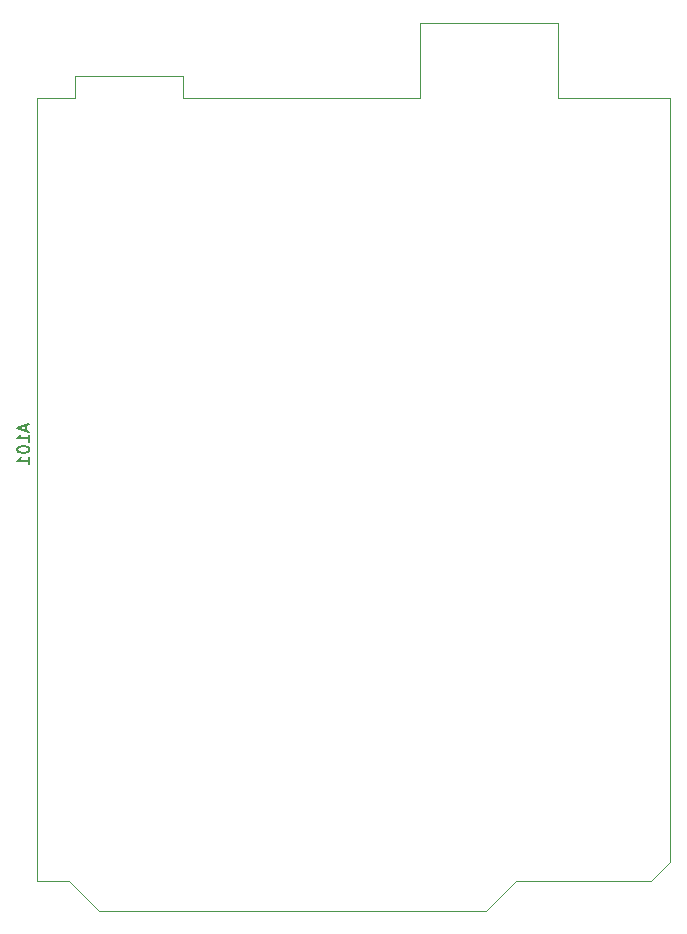
<source format=gbr>
%TF.GenerationSoftware,KiCad,Pcbnew,8.0.0-rc2-358-gd9abaa23a4*%
%TF.CreationDate,2024-02-08T22:48:49+01:00*%
%TF.ProjectId,xDuinoRail-Backplane-Arduino,78447569-6e6f-4526-9169-6c2d4261636b,rev?*%
%TF.SameCoordinates,Original*%
%TF.FileFunction,Legend,Bot*%
%TF.FilePolarity,Positive*%
%FSLAX46Y46*%
G04 Gerber Fmt 4.6, Leading zero omitted, Abs format (unit mm)*
G04 Created by KiCad (PCBNEW 8.0.0-rc2-358-gd9abaa23a4) date 2024-02-08 22:48:49*
%MOMM*%
%LPD*%
G01*
G04 APERTURE LIST*
%ADD10C,0.150000*%
%ADD11C,0.120000*%
G04 APERTURE END LIST*
D10*
X145584104Y-72243333D02*
X145584104Y-72719523D01*
X145869819Y-72148095D02*
X144869819Y-72481428D01*
X144869819Y-72481428D02*
X145869819Y-72814761D01*
X145869819Y-73671904D02*
X145869819Y-73100476D01*
X145869819Y-73386190D02*
X144869819Y-73386190D01*
X144869819Y-73386190D02*
X145012676Y-73290952D01*
X145012676Y-73290952D02*
X145107914Y-73195714D01*
X145107914Y-73195714D02*
X145155533Y-73100476D01*
X144869819Y-74290952D02*
X144869819Y-74386190D01*
X144869819Y-74386190D02*
X144917438Y-74481428D01*
X144917438Y-74481428D02*
X144965057Y-74529047D01*
X144965057Y-74529047D02*
X145060295Y-74576666D01*
X145060295Y-74576666D02*
X145250771Y-74624285D01*
X145250771Y-74624285D02*
X145488866Y-74624285D01*
X145488866Y-74624285D02*
X145679342Y-74576666D01*
X145679342Y-74576666D02*
X145774580Y-74529047D01*
X145774580Y-74529047D02*
X145822200Y-74481428D01*
X145822200Y-74481428D02*
X145869819Y-74386190D01*
X145869819Y-74386190D02*
X145869819Y-74290952D01*
X145869819Y-74290952D02*
X145822200Y-74195714D01*
X145822200Y-74195714D02*
X145774580Y-74148095D01*
X145774580Y-74148095D02*
X145679342Y-74100476D01*
X145679342Y-74100476D02*
X145488866Y-74052857D01*
X145488866Y-74052857D02*
X145250771Y-74052857D01*
X145250771Y-74052857D02*
X145060295Y-74100476D01*
X145060295Y-74100476D02*
X144965057Y-74148095D01*
X144965057Y-74148095D02*
X144917438Y-74195714D01*
X144917438Y-74195714D02*
X144869819Y-74290952D01*
X145869819Y-75576666D02*
X145869819Y-75005238D01*
X145869819Y-75290952D02*
X144869819Y-75290952D01*
X144869819Y-75290952D02*
X145012676Y-75195714D01*
X145012676Y-75195714D02*
X145107914Y-75100476D01*
X145107914Y-75100476D02*
X145155533Y-75005238D01*
D11*
%TO.C,A101*%
X146555000Y-44570000D02*
X146555000Y-110870000D01*
X146555000Y-110870000D02*
X149225000Y-110870000D01*
X149225000Y-110870000D02*
X151765000Y-113410000D01*
X149735000Y-42670000D02*
X149735000Y-44570000D01*
X149735000Y-44570000D02*
X146555000Y-44570000D01*
X151765000Y-113410000D02*
X184535000Y-113410000D01*
X158875000Y-42670000D02*
X149735000Y-42670000D01*
X158875000Y-44570000D02*
X158875000Y-42670000D01*
X178945000Y-38220000D02*
X178945000Y-44570000D01*
X178945000Y-44570000D02*
X158875000Y-44570000D01*
X184535000Y-113410000D02*
X187075000Y-110870000D01*
X187075000Y-110870000D02*
X198505000Y-110870000D01*
X190625000Y-38220000D02*
X178945000Y-38220000D01*
X190625000Y-44570000D02*
X190625000Y-38220000D01*
X198505000Y-110870000D02*
X200155000Y-109220000D01*
X200155000Y-44570000D02*
X190625000Y-44570000D01*
X200155000Y-109220000D02*
X200155000Y-44570000D01*
%TD*%
M02*

</source>
